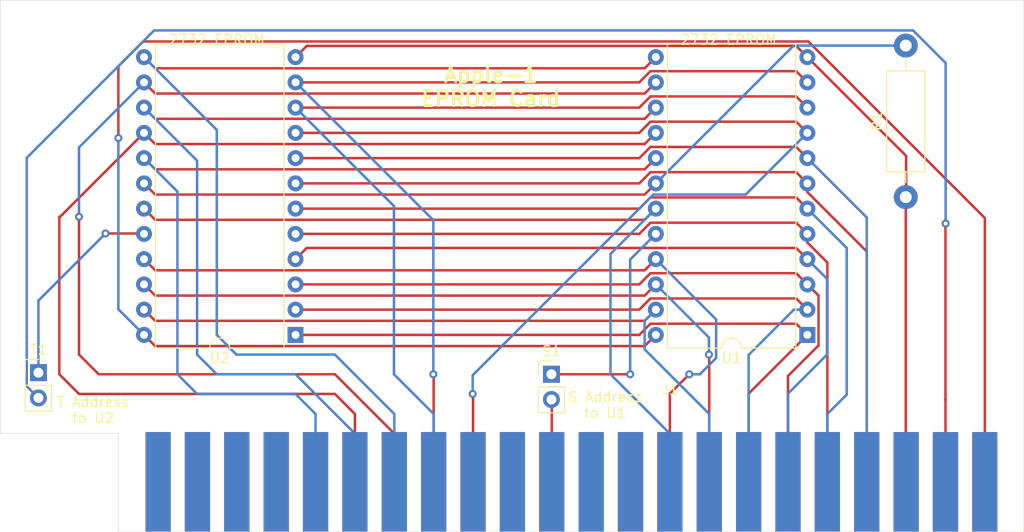
<source format=kicad_pcb>
(kicad_pcb (version 20171130) (host pcbnew "(5.1.12)-1")

  (general
    (thickness 1.6)
    (drawings 11)
    (tracks 212)
    (zones 0)
    (modules 6)
    (nets 48)
  )

  (page A4)
  (layers
    (0 F.Cu signal)
    (31 B.Cu signal)
    (32 B.Adhes user hide)
    (33 F.Adhes user hide)
    (34 B.Paste user hide)
    (35 F.Paste user hide)
    (36 B.SilkS user hide)
    (37 F.SilkS user)
    (38 B.Mask user hide)
    (39 F.Mask user hide)
    (40 Dwgs.User user hide)
    (41 Cmts.User user hide)
    (42 Eco1.User user hide)
    (43 Eco2.User user hide)
    (44 Edge.Cuts user)
    (45 Margin user hide)
    (46 B.CrtYd user)
    (47 F.CrtYd user hide)
    (48 B.Fab user hide)
    (49 F.Fab user hide)
  )

  (setup
    (last_trace_width 0.25)
    (trace_clearance 0.2)
    (zone_clearance 0.508)
    (zone_45_only no)
    (trace_min 0.2)
    (via_size 0.8)
    (via_drill 0.4)
    (via_min_size 0.4)
    (via_min_drill 0.3)
    (uvia_size 0.3)
    (uvia_drill 0.1)
    (uvias_allowed no)
    (uvia_min_size 0.2)
    (uvia_min_drill 0.1)
    (edge_width 0.05)
    (segment_width 0.2)
    (pcb_text_width 0.3)
    (pcb_text_size 1.5 1.5)
    (mod_edge_width 0.12)
    (mod_text_size 1 1)
    (mod_text_width 0.15)
    (pad_size 1.524 1.524)
    (pad_drill 0.762)
    (pad_to_mask_clearance 0)
    (aux_axis_origin 0 0)
    (grid_origin 129.5262 148.60746)
    (visible_elements 7FFFFFFF)
    (pcbplotparams
      (layerselection 0x010fc_ffffffff)
      (usegerberextensions false)
      (usegerberattributes true)
      (usegerberadvancedattributes true)
      (creategerberjobfile true)
      (excludeedgelayer true)
      (linewidth 0.100000)
      (plotframeref false)
      (viasonmask false)
      (mode 1)
      (useauxorigin false)
      (hpglpennumber 1)
      (hpglpenspeed 20)
      (hpglpendiameter 15.000000)
      (psnegative false)
      (psa4output false)
      (plotreference true)
      (plotvalue true)
      (plotinvisibletext false)
      (padsonsilk false)
      (subtractmaskfromsilk false)
      (outputformat 1)
      (mirror false)
      (drillshape 0)
      (scaleselection 1)
      (outputdirectory "Gerber/"))
  )

  (net 0 "")
  (net 1 "Net-(J1-Pad22)")
  (net 2 "Net-(J1-Pad20)")
  (net 3 "Net-(J1-Pad19)")
  (net 4 "Net-(J1-Pad18)")
  (net 5 "Net-(J1-Pad17)")
  (net 6 "Net-(J1-Pad16)")
  (net 7 "Net-(J1-Pad15)")
  (net 8 "Net-(J1-Pad14)")
  (net 9 "Net-(J1-Pad9)")
  (net 10 "Net-(J1-Pad8)")
  (net 11 "Net-(J1-Pad7)")
  (net 12 "Net-(J1-Pad6)")
  (net 13 "Net-(J1-PadW)")
  (net 14 "Net-(J1-PadV)")
  (net 15 "Net-(J1-PadU)")
  (net 16 "Net-(J1-PadT)")
  (net 17 "Net-(J1-PadS)")
  (net 18 "Net-(J1-PadR)")
  (net 19 "Net-(J1-PadJ)")
  (net 20 "Net-(J1-PadH)")
  (net 21 "Net-(J1-PadF)")
  (net 22 "Net-(J1-PadE)")
  (net 23 "Net-(R1-Pad2)")
  (net 24 "Net-(J1-Pad1)")
  (net 25 "Net-(J1-Pad2)")
  (net 26 "Net-(J1-Pad3)")
  (net 27 "Net-(J1-Pad4)")
  (net 28 "Net-(J1-Pad5)")
  (net 29 "Net-(J1-Pad10)")
  (net 30 "Net-(J1-Pad12)")
  (net 31 "Net-(J1-Pad13)")
  (net 32 "Net-(J1-PadA)")
  (net 33 "Net-(J1-PadB)")
  (net 34 "Net-(J1-PadC)")
  (net 35 "Net-(J1-PadD)")
  (net 36 "Net-(J1-PadK)")
  (net 37 "Net-(J1-PadM)")
  (net 38 "Net-(J1-PadN)")
  (net 39 "Net-(J1-PadP)")
  (net 40 "Net-(J1-PadX)")
  (net 41 "Net-(J1-PadY)")
  (net 42 "Net-(J1-PadZ)")
  (net 43 /S)
  (net 44 /T)
  (net 45 "Net-(S1-Pad1)")
  (net 46 "Net-(T1-Pad1)")
  (net 47 "Net-(J1-PadL)")

  (net_class Default "This is the default net class."
    (clearance 0.2)
    (trace_width 0.25)
    (via_dia 0.8)
    (via_drill 0.4)
    (uvia_dia 0.3)
    (uvia_drill 0.1)
    (add_net /S)
    (add_net /T)
    (add_net "Net-(J1-Pad1)")
    (add_net "Net-(J1-Pad10)")
    (add_net "Net-(J1-Pad12)")
    (add_net "Net-(J1-Pad13)")
    (add_net "Net-(J1-Pad14)")
    (add_net "Net-(J1-Pad15)")
    (add_net "Net-(J1-Pad16)")
    (add_net "Net-(J1-Pad17)")
    (add_net "Net-(J1-Pad18)")
    (add_net "Net-(J1-Pad19)")
    (add_net "Net-(J1-Pad2)")
    (add_net "Net-(J1-Pad20)")
    (add_net "Net-(J1-Pad22)")
    (add_net "Net-(J1-Pad3)")
    (add_net "Net-(J1-Pad4)")
    (add_net "Net-(J1-Pad5)")
    (add_net "Net-(J1-Pad6)")
    (add_net "Net-(J1-Pad7)")
    (add_net "Net-(J1-Pad8)")
    (add_net "Net-(J1-Pad9)")
    (add_net "Net-(J1-PadA)")
    (add_net "Net-(J1-PadB)")
    (add_net "Net-(J1-PadC)")
    (add_net "Net-(J1-PadD)")
    (add_net "Net-(J1-PadE)")
    (add_net "Net-(J1-PadF)")
    (add_net "Net-(J1-PadH)")
    (add_net "Net-(J1-PadJ)")
    (add_net "Net-(J1-PadK)")
    (add_net "Net-(J1-PadL)")
    (add_net "Net-(J1-PadM)")
    (add_net "Net-(J1-PadN)")
    (add_net "Net-(J1-PadP)")
    (add_net "Net-(J1-PadR)")
    (add_net "Net-(J1-PadS)")
    (add_net "Net-(J1-PadT)")
    (add_net "Net-(J1-PadU)")
    (add_net "Net-(J1-PadV)")
    (add_net "Net-(J1-PadW)")
    (add_net "Net-(J1-PadX)")
    (add_net "Net-(J1-PadY)")
    (add_net "Net-(J1-PadZ)")
    (add_net "Net-(R1-Pad2)")
    (add_net "Net-(S1-Pad1)")
    (add_net "Net-(T1-Pad1)")
  )

  (module Connector_PinHeader_2.54mm:PinHeader_1x02_P2.54mm_Vertical (layer F.Cu) (tedit 59FED5CC) (tstamp 62EB7B6B)
    (at 117.5262 132.60746)
    (descr "Through hole straight pin header, 1x02, 2.54mm pitch, single row")
    (tags "Through hole pin header THT 1x02 2.54mm single row")
    (path /62FD4C75)
    (fp_text reference T1 (at 0 -2.33) (layer F.SilkS)
      (effects (font (size 1 1) (thickness 0.15)))
    )
    (fp_text value Jumper (at 0 4.87) (layer F.Fab)
      (effects (font (size 1 1) (thickness 0.15)))
    )
    (fp_line (start -0.635 -1.27) (end 1.27 -1.27) (layer F.Fab) (width 0.1))
    (fp_line (start 1.27 -1.27) (end 1.27 3.81) (layer F.Fab) (width 0.1))
    (fp_line (start 1.27 3.81) (end -1.27 3.81) (layer F.Fab) (width 0.1))
    (fp_line (start -1.27 3.81) (end -1.27 -0.635) (layer F.Fab) (width 0.1))
    (fp_line (start -1.27 -0.635) (end -0.635 -1.27) (layer F.Fab) (width 0.1))
    (fp_line (start -1.33 3.87) (end 1.33 3.87) (layer F.SilkS) (width 0.12))
    (fp_line (start -1.33 1.27) (end -1.33 3.87) (layer F.SilkS) (width 0.12))
    (fp_line (start 1.33 1.27) (end 1.33 3.87) (layer F.SilkS) (width 0.12))
    (fp_line (start -1.33 1.27) (end 1.33 1.27) (layer F.SilkS) (width 0.12))
    (fp_line (start -1.33 0) (end -1.33 -1.33) (layer F.SilkS) (width 0.12))
    (fp_line (start -1.33 -1.33) (end 0 -1.33) (layer F.SilkS) (width 0.12))
    (fp_line (start -1.8 -1.8) (end -1.8 4.35) (layer F.CrtYd) (width 0.05))
    (fp_line (start -1.8 4.35) (end 1.8 4.35) (layer F.CrtYd) (width 0.05))
    (fp_line (start 1.8 4.35) (end 1.8 -1.8) (layer F.CrtYd) (width 0.05))
    (fp_line (start 1.8 -1.8) (end -1.8 -1.8) (layer F.CrtYd) (width 0.05))
    (fp_text user %R (at 0 1.27 90) (layer F.Fab)
      (effects (font (size 1 1) (thickness 0.15)))
    )
    (pad 1 thru_hole rect (at 0 0) (size 1.7 1.7) (drill 1) (layers *.Cu *.Mask)
      (net 46 "Net-(T1-Pad1)"))
    (pad 2 thru_hole oval (at 0 2.54) (size 1.7 1.7) (drill 1) (layers *.Cu *.Mask)
      (net 44 /T))
    (model ${KISYS3DMOD}/Connector_PinHeader_2.54mm.3dshapes/PinHeader_1x02_P2.54mm_Vertical.wrl
      (at (xyz 0 0 0))
      (scale (xyz 1 1 1))
      (rotate (xyz 0 0 0))
    )
  )

  (module Package_DIP:DIP-24_W15.24mm (layer F.Cu) (tedit 5A02E8C5) (tstamp 62DCF83C)
    (at 194.8662 128.80746 180)
    (descr "24-lead though-hole mounted DIP package, row spacing 15.24 mm (600 mils)")
    (tags "THT DIP DIL PDIP 2.54mm 15.24mm 600mil")
    (path /62DBEAE8)
    (fp_text reference U1 (at 7.62 -2.33) (layer F.SilkS)
      (effects (font (size 1 1) (thickness 0.15)))
    )
    (fp_text value 2732 (at 7.62 30.27) (layer F.Fab)
      (effects (font (size 1 1) (thickness 0.15)))
    )
    (fp_line (start 16.3 -1.55) (end -1.05 -1.55) (layer F.CrtYd) (width 0.05))
    (fp_line (start 16.3 29.5) (end 16.3 -1.55) (layer F.CrtYd) (width 0.05))
    (fp_line (start -1.05 29.5) (end 16.3 29.5) (layer F.CrtYd) (width 0.05))
    (fp_line (start -1.05 -1.55) (end -1.05 29.5) (layer F.CrtYd) (width 0.05))
    (fp_line (start 14.08 -1.33) (end 8.62 -1.33) (layer F.SilkS) (width 0.12))
    (fp_line (start 14.08 29.27) (end 14.08 -1.33) (layer F.SilkS) (width 0.12))
    (fp_line (start 1.16 29.27) (end 14.08 29.27) (layer F.SilkS) (width 0.12))
    (fp_line (start 1.16 -1.33) (end 1.16 29.27) (layer F.SilkS) (width 0.12))
    (fp_line (start 6.62 -1.33) (end 1.16 -1.33) (layer F.SilkS) (width 0.12))
    (fp_line (start 0.255 -0.27) (end 1.255 -1.27) (layer F.Fab) (width 0.1))
    (fp_line (start 0.255 29.21) (end 0.255 -0.27) (layer F.Fab) (width 0.1))
    (fp_line (start 14.985 29.21) (end 0.255 29.21) (layer F.Fab) (width 0.1))
    (fp_line (start 14.985 -1.27) (end 14.985 29.21) (layer F.Fab) (width 0.1))
    (fp_line (start 1.255 -1.27) (end 14.985 -1.27) (layer F.Fab) (width 0.1))
    (fp_arc (start 7.62 -1.33) (end 6.62 -1.33) (angle -180) (layer F.SilkS) (width 0.12))
    (fp_text user %R (at 7.62 13.97) (layer F.Fab)
      (effects (font (size 1 1) (thickness 0.15)))
    )
    (pad 1 thru_hole rect (at 0 0 180) (size 1.6 1.6) (drill 0.8) (layers *.Cu *.Mask)
      (net 6 "Net-(J1-Pad16)"))
    (pad 13 thru_hole oval (at 15.24 27.94 180) (size 1.6 1.6) (drill 0.8) (layers *.Cu *.Mask)
      (net 20 "Net-(J1-PadH)"))
    (pad 2 thru_hole oval (at 0 2.54 180) (size 1.6 1.6) (drill 0.8) (layers *.Cu *.Mask)
      (net 16 "Net-(J1-PadT)"))
    (pad 14 thru_hole oval (at 15.24 25.4 180) (size 1.6 1.6) (drill 0.8) (layers *.Cu *.Mask)
      (net 11 "Net-(J1-Pad7)"))
    (pad 3 thru_hole oval (at 0 5.08 180) (size 1.6 1.6) (drill 0.8) (layers *.Cu *.Mask)
      (net 5 "Net-(J1-Pad17)"))
    (pad 15 thru_hole oval (at 15.24 22.86 180) (size 1.6 1.6) (drill 0.8) (layers *.Cu *.Mask)
      (net 21 "Net-(J1-PadF)"))
    (pad 4 thru_hole oval (at 0 7.62 180) (size 1.6 1.6) (drill 0.8) (layers *.Cu *.Mask)
      (net 15 "Net-(J1-PadU)"))
    (pad 16 thru_hole oval (at 15.24 20.32 180) (size 1.6 1.6) (drill 0.8) (layers *.Cu *.Mask)
      (net 12 "Net-(J1-Pad6)"))
    (pad 5 thru_hole oval (at 0 10.16 180) (size 1.6 1.6) (drill 0.8) (layers *.Cu *.Mask)
      (net 4 "Net-(J1-Pad18)"))
    (pad 17 thru_hole oval (at 15.24 17.78 180) (size 1.6 1.6) (drill 0.8) (layers *.Cu *.Mask)
      (net 22 "Net-(J1-PadE)"))
    (pad 6 thru_hole oval (at 0 12.7 180) (size 1.6 1.6) (drill 0.8) (layers *.Cu *.Mask)
      (net 14 "Net-(J1-PadV)"))
    (pad 18 thru_hole oval (at 15.24 15.24 180) (size 1.6 1.6) (drill 0.8) (layers *.Cu *.Mask)
      (net 23 "Net-(R1-Pad2)"))
    (pad 7 thru_hole oval (at 0 15.24 180) (size 1.6 1.6) (drill 0.8) (layers *.Cu *.Mask)
      (net 3 "Net-(J1-Pad19)"))
    (pad 19 thru_hole oval (at 15.24 12.7 180) (size 1.6 1.6) (drill 0.8) (layers *.Cu *.Mask)
      (net 18 "Net-(J1-PadR)"))
    (pad 8 thru_hole oval (at 0 17.78 180) (size 1.6 1.6) (drill 0.8) (layers *.Cu *.Mask)
      (net 13 "Net-(J1-PadW)"))
    (pad 20 thru_hole oval (at 15.24 10.16 180) (size 1.6 1.6) (drill 0.8) (layers *.Cu *.Mask)
      (net 45 "Net-(S1-Pad1)"))
    (pad 9 thru_hole oval (at 0 20.32 180) (size 1.6 1.6) (drill 0.8) (layers *.Cu *.Mask)
      (net 9 "Net-(J1-Pad9)"))
    (pad 21 thru_hole oval (at 15.24 7.62 180) (size 1.6 1.6) (drill 0.8) (layers *.Cu *.Mask)
      (net 8 "Net-(J1-Pad14)"))
    (pad 10 thru_hole oval (at 0 22.86 180) (size 1.6 1.6) (drill 0.8) (layers *.Cu *.Mask)
      (net 19 "Net-(J1-PadJ)"))
    (pad 22 thru_hole oval (at 15.24 5.08 180) (size 1.6 1.6) (drill 0.8) (layers *.Cu *.Mask)
      (net 7 "Net-(J1-Pad15)"))
    (pad 11 thru_hole oval (at 0 25.4 180) (size 1.6 1.6) (drill 0.8) (layers *.Cu *.Mask)
      (net 10 "Net-(J1-Pad8)"))
    (pad 23 thru_hole oval (at 15.24 2.54 180) (size 1.6 1.6) (drill 0.8) (layers *.Cu *.Mask)
      (net 17 "Net-(J1-PadS)"))
    (pad 12 thru_hole oval (at 0 27.94 180) (size 1.6 1.6) (drill 0.8) (layers *.Cu *.Mask)
      (net 2 "Net-(J1-Pad20)"))
    (pad 24 thru_hole oval (at 15.24 0 180) (size 1.6 1.6) (drill 0.8) (layers *.Cu *.Mask)
      (net 1 "Net-(J1-Pad22)"))
    (model ${KISYS3DMOD}/Package_DIP.3dshapes/DIP-24_W15.24mm.wrl
      (at (xyz 0 0 0))
      (scale (xyz 1 1 1))
      (rotate (xyz 0 0 0))
    )
  )

  (module Connector_PinHeader_2.54mm:PinHeader_1x02_P2.54mm_Vertical (layer F.Cu) (tedit 59FED5CC) (tstamp 62EB7631)
    (at 169.1262 132.76746)
    (descr "Through hole straight pin header, 1x02, 2.54mm pitch, single row")
    (tags "Through hole pin header THT 1x02 2.54mm single row")
    (path /62FD3CFA)
    (fp_text reference S1 (at 0 -2.33) (layer F.SilkS)
      (effects (font (size 1 1) (thickness 0.15)))
    )
    (fp_text value Jumper (at 0 4.87) (layer F.Fab)
      (effects (font (size 1 1) (thickness 0.15)))
    )
    (fp_line (start 1.8 -1.8) (end -1.8 -1.8) (layer F.CrtYd) (width 0.05))
    (fp_line (start 1.8 4.35) (end 1.8 -1.8) (layer F.CrtYd) (width 0.05))
    (fp_line (start -1.8 4.35) (end 1.8 4.35) (layer F.CrtYd) (width 0.05))
    (fp_line (start -1.8 -1.8) (end -1.8 4.35) (layer F.CrtYd) (width 0.05))
    (fp_line (start -1.33 -1.33) (end 0 -1.33) (layer F.SilkS) (width 0.12))
    (fp_line (start -1.33 0) (end -1.33 -1.33) (layer F.SilkS) (width 0.12))
    (fp_line (start -1.33 1.27) (end 1.33 1.27) (layer F.SilkS) (width 0.12))
    (fp_line (start 1.33 1.27) (end 1.33 3.87) (layer F.SilkS) (width 0.12))
    (fp_line (start -1.33 1.27) (end -1.33 3.87) (layer F.SilkS) (width 0.12))
    (fp_line (start -1.33 3.87) (end 1.33 3.87) (layer F.SilkS) (width 0.12))
    (fp_line (start -1.27 -0.635) (end -0.635 -1.27) (layer F.Fab) (width 0.1))
    (fp_line (start -1.27 3.81) (end -1.27 -0.635) (layer F.Fab) (width 0.1))
    (fp_line (start 1.27 3.81) (end -1.27 3.81) (layer F.Fab) (width 0.1))
    (fp_line (start 1.27 -1.27) (end 1.27 3.81) (layer F.Fab) (width 0.1))
    (fp_line (start -0.635 -1.27) (end 1.27 -1.27) (layer F.Fab) (width 0.1))
    (fp_text user %R (at 0 1.27 90) (layer F.Fab)
      (effects (font (size 1 1) (thickness 0.15)))
    )
    (pad 1 thru_hole rect (at 0 0) (size 1.7 1.7) (drill 1) (layers *.Cu *.Mask)
      (net 45 "Net-(S1-Pad1)"))
    (pad 2 thru_hole oval (at 0 2.54) (size 1.7 1.7) (drill 1) (layers *.Cu *.Mask)
      (net 43 /S))
    (model ${KISYS3DMOD}/Connector_PinHeader_2.54mm.3dshapes/PinHeader_1x02_P2.54mm_Vertical.wrl
      (at (xyz 0 0 0))
      (scale (xyz 1 1 1))
      (rotate (xyz 0 0 0))
    )
  )

  (module Resistor_THT:R_Axial_DIN0411_L9.9mm_D3.6mm_P15.24mm_Horizontal (layer F.Cu) (tedit 5AE5139B) (tstamp 62DE2EE9)
    (at 204.7662 114.94746 90)
    (descr "Resistor, Axial_DIN0411 series, Axial, Horizontal, pin pitch=15.24mm, 1W, length*diameter=9.9*3.6mm^2")
    (tags "Resistor Axial_DIN0411 series Axial Horizontal pin pitch 15.24mm 1W length 9.9mm diameter 3.6mm")
    (path /62E665C9)
    (fp_text reference R1 (at 7.62 -2.92 90) (layer F.SilkS)
      (effects (font (size 1 1) (thickness 0.15)))
    )
    (fp_text value R (at 7.62 2.92 90) (layer F.Fab)
      (effects (font (size 1 1) (thickness 0.15)))
    )
    (fp_line (start 16.69 -2.05) (end -1.45 -2.05) (layer F.CrtYd) (width 0.05))
    (fp_line (start 16.69 2.05) (end 16.69 -2.05) (layer F.CrtYd) (width 0.05))
    (fp_line (start -1.45 2.05) (end 16.69 2.05) (layer F.CrtYd) (width 0.05))
    (fp_line (start -1.45 -2.05) (end -1.45 2.05) (layer F.CrtYd) (width 0.05))
    (fp_line (start 13.8 0) (end 12.69 0) (layer F.SilkS) (width 0.12))
    (fp_line (start 1.44 0) (end 2.55 0) (layer F.SilkS) (width 0.12))
    (fp_line (start 12.69 -1.92) (end 2.55 -1.92) (layer F.SilkS) (width 0.12))
    (fp_line (start 12.69 1.92) (end 12.69 -1.92) (layer F.SilkS) (width 0.12))
    (fp_line (start 2.55 1.92) (end 12.69 1.92) (layer F.SilkS) (width 0.12))
    (fp_line (start 2.55 -1.92) (end 2.55 1.92) (layer F.SilkS) (width 0.12))
    (fp_line (start 15.24 0) (end 12.57 0) (layer F.Fab) (width 0.1))
    (fp_line (start 0 0) (end 2.67 0) (layer F.Fab) (width 0.1))
    (fp_line (start 12.57 -1.8) (end 2.67 -1.8) (layer F.Fab) (width 0.1))
    (fp_line (start 12.57 1.8) (end 12.57 -1.8) (layer F.Fab) (width 0.1))
    (fp_line (start 2.67 1.8) (end 12.57 1.8) (layer F.Fab) (width 0.1))
    (fp_line (start 2.67 -1.8) (end 2.67 1.8) (layer F.Fab) (width 0.1))
    (fp_text user %R (at 7.62 0 90) (layer F.Fab)
      (effects (font (size 1 1) (thickness 0.15)))
    )
    (pad 1 thru_hole circle (at 0 0 90) (size 2.4 2.4) (drill 1.2) (layers *.Cu *.Mask)
      (net 2 "Net-(J1-Pad20)"))
    (pad 2 thru_hole oval (at 15.24 0 90) (size 2.4 2.4) (drill 1.2) (layers *.Cu *.Mask)
      (net 23 "Net-(R1-Pad2)"))
    (model ${KISYS3DMOD}/Resistor_THT.3dshapes/R_Axial_DIN0411_L9.9mm_D3.6mm_P15.24mm_Horizontal.wrl
      (at (xyz 0 0 0))
      (scale (xyz 1 1 1))
      (rotate (xyz 0 0 0))
    )
  )

  (module Package_DIP:DIP-24_W15.24mm (layer F.Cu) (tedit 5A02E8C5) (tstamp 62EACB00)
    (at 143.3862 128.80746 180)
    (descr "24-lead though-hole mounted DIP package, row spacing 15.24 mm (600 mils)")
    (tags "THT DIP DIL PDIP 2.54mm 15.24mm 600mil")
    (path /62EAFEC7)
    (fp_text reference U2 (at 7.62 -2.33) (layer F.SilkS)
      (effects (font (size 1 1) (thickness 0.15)))
    )
    (fp_text value 2732 (at 7.62 30.27) (layer F.Fab)
      (effects (font (size 1 1) (thickness 0.15)))
    )
    (fp_line (start 1.255 -1.27) (end 14.985 -1.27) (layer F.Fab) (width 0.1))
    (fp_line (start 14.985 -1.27) (end 14.985 29.21) (layer F.Fab) (width 0.1))
    (fp_line (start 14.985 29.21) (end 0.255 29.21) (layer F.Fab) (width 0.1))
    (fp_line (start 0.255 29.21) (end 0.255 -0.27) (layer F.Fab) (width 0.1))
    (fp_line (start 0.255 -0.27) (end 1.255 -1.27) (layer F.Fab) (width 0.1))
    (fp_line (start 6.62 -1.33) (end 1.16 -1.33) (layer F.SilkS) (width 0.12))
    (fp_line (start 1.16 -1.33) (end 1.16 29.27) (layer F.SilkS) (width 0.12))
    (fp_line (start 1.16 29.27) (end 14.08 29.27) (layer F.SilkS) (width 0.12))
    (fp_line (start 14.08 29.27) (end 14.08 -1.33) (layer F.SilkS) (width 0.12))
    (fp_line (start 14.08 -1.33) (end 8.62 -1.33) (layer F.SilkS) (width 0.12))
    (fp_line (start -1.05 -1.55) (end -1.05 29.5) (layer F.CrtYd) (width 0.05))
    (fp_line (start -1.05 29.5) (end 16.3 29.5) (layer F.CrtYd) (width 0.05))
    (fp_line (start 16.3 29.5) (end 16.3 -1.55) (layer F.CrtYd) (width 0.05))
    (fp_line (start 16.3 -1.55) (end -1.05 -1.55) (layer F.CrtYd) (width 0.05))
    (fp_arc (start 7.62 -1.33) (end 6.62 -1.33) (angle -180) (layer F.SilkS) (width 0.12))
    (fp_text user %R (at 7.62 13.97) (layer F.Fab)
      (effects (font (size 1 1) (thickness 0.15)))
    )
    (pad 1 thru_hole rect (at 0 0 180) (size 1.6 1.6) (drill 0.8) (layers *.Cu *.Mask)
      (net 6 "Net-(J1-Pad16)"))
    (pad 13 thru_hole oval (at 15.24 27.94 180) (size 1.6 1.6) (drill 0.8) (layers *.Cu *.Mask)
      (net 20 "Net-(J1-PadH)"))
    (pad 2 thru_hole oval (at 0 2.54 180) (size 1.6 1.6) (drill 0.8) (layers *.Cu *.Mask)
      (net 16 "Net-(J1-PadT)"))
    (pad 14 thru_hole oval (at 15.24 25.4 180) (size 1.6 1.6) (drill 0.8) (layers *.Cu *.Mask)
      (net 11 "Net-(J1-Pad7)"))
    (pad 3 thru_hole oval (at 0 5.08 180) (size 1.6 1.6) (drill 0.8) (layers *.Cu *.Mask)
      (net 5 "Net-(J1-Pad17)"))
    (pad 15 thru_hole oval (at 15.24 22.86 180) (size 1.6 1.6) (drill 0.8) (layers *.Cu *.Mask)
      (net 21 "Net-(J1-PadF)"))
    (pad 4 thru_hole oval (at 0 7.62 180) (size 1.6 1.6) (drill 0.8) (layers *.Cu *.Mask)
      (net 15 "Net-(J1-PadU)"))
    (pad 16 thru_hole oval (at 15.24 20.32 180) (size 1.6 1.6) (drill 0.8) (layers *.Cu *.Mask)
      (net 12 "Net-(J1-Pad6)"))
    (pad 5 thru_hole oval (at 0 10.16 180) (size 1.6 1.6) (drill 0.8) (layers *.Cu *.Mask)
      (net 4 "Net-(J1-Pad18)"))
    (pad 17 thru_hole oval (at 15.24 17.78 180) (size 1.6 1.6) (drill 0.8) (layers *.Cu *.Mask)
      (net 22 "Net-(J1-PadE)"))
    (pad 6 thru_hole oval (at 0 12.7 180) (size 1.6 1.6) (drill 0.8) (layers *.Cu *.Mask)
      (net 14 "Net-(J1-PadV)"))
    (pad 18 thru_hole oval (at 15.24 15.24 180) (size 1.6 1.6) (drill 0.8) (layers *.Cu *.Mask)
      (net 23 "Net-(R1-Pad2)"))
    (pad 7 thru_hole oval (at 0 15.24 180) (size 1.6 1.6) (drill 0.8) (layers *.Cu *.Mask)
      (net 3 "Net-(J1-Pad19)"))
    (pad 19 thru_hole oval (at 15.24 12.7 180) (size 1.6 1.6) (drill 0.8) (layers *.Cu *.Mask)
      (net 18 "Net-(J1-PadR)"))
    (pad 8 thru_hole oval (at 0 17.78 180) (size 1.6 1.6) (drill 0.8) (layers *.Cu *.Mask)
      (net 13 "Net-(J1-PadW)"))
    (pad 20 thru_hole oval (at 15.24 10.16 180) (size 1.6 1.6) (drill 0.8) (layers *.Cu *.Mask)
      (net 46 "Net-(T1-Pad1)"))
    (pad 9 thru_hole oval (at 0 20.32 180) (size 1.6 1.6) (drill 0.8) (layers *.Cu *.Mask)
      (net 9 "Net-(J1-Pad9)"))
    (pad 21 thru_hole oval (at 15.24 7.62 180) (size 1.6 1.6) (drill 0.8) (layers *.Cu *.Mask)
      (net 8 "Net-(J1-Pad14)"))
    (pad 10 thru_hole oval (at 0 22.86 180) (size 1.6 1.6) (drill 0.8) (layers *.Cu *.Mask)
      (net 19 "Net-(J1-PadJ)"))
    (pad 22 thru_hole oval (at 15.24 5.08 180) (size 1.6 1.6) (drill 0.8) (layers *.Cu *.Mask)
      (net 7 "Net-(J1-Pad15)"))
    (pad 11 thru_hole oval (at 0 25.4 180) (size 1.6 1.6) (drill 0.8) (layers *.Cu *.Mask)
      (net 10 "Net-(J1-Pad8)"))
    (pad 23 thru_hole oval (at 15.24 2.54 180) (size 1.6 1.6) (drill 0.8) (layers *.Cu *.Mask)
      (net 17 "Net-(J1-PadS)"))
    (pad 12 thru_hole oval (at 0 27.94 180) (size 1.6 1.6) (drill 0.8) (layers *.Cu *.Mask)
      (net 2 "Net-(J1-Pad20)"))
    (pad 24 thru_hole oval (at 15.24 0 180) (size 1.6 1.6) (drill 0.8) (layers *.Cu *.Mask)
      (net 1 "Net-(J1-Pad22)"))
    (model ${KISYS3DMOD}/Package_DIP.3dshapes/DIP-24_W15.24mm.wrl
      (at (xyz 0 0 0))
      (scale (xyz 1 1 1))
      (rotate (xyz 0 0 0))
    )
  )

  (module Connector_PCBEdge:Apple-1Bus (layer F.Cu) (tedit 62E53729) (tstamp 62E56327)
    (at 185 145)
    (descr "AT ISA 16 bits Bus Edge Connector")
    (tags "BUS ISA AT Edge connector")
    (path /62DBBC70)
    (attr virtual)
    (fp_text reference J1 (at -3.96 -10.68) (layer F.SilkS)
      (effects (font (size 1 1) (thickness 0.15)))
    )
    (fp_text value Conn_02x22_Apple_1-Connector_Generic_apple (at -51.48 -10.68) (layer F.Fab)
      (effects (font (size 1 1) (thickness 0.15)))
    )
    (fp_text user %R (at -3.96 -10.68) (layer F.Fab)
      (effects (font (size 1 1) (thickness 0.15)))
    )
    (pad 1 connect rect (at -55.44 -3.96) (size 2.54 10) (drill (offset 0 2.54)) (layers F.Cu F.Mask)
      (net 24 "Net-(J1-Pad1)"))
    (pad 2 connect rect (at -51.48 -3.96) (size 2.54 10) (drill (offset 0 2.54)) (layers F.Cu F.Mask)
      (net 25 "Net-(J1-Pad2)"))
    (pad 3 connect rect (at -47.52 -3.96) (size 2.54 10) (drill (offset 0 2.54)) (layers F.Cu F.Mask)
      (net 26 "Net-(J1-Pad3)"))
    (pad 4 connect rect (at -43.56 -3.96) (size 2.54 10) (drill (offset 0 2.54)) (layers F.Cu F.Mask)
      (net 27 "Net-(J1-Pad4)"))
    (pad 5 connect rect (at -39.6 -3.96) (size 2.54 10) (drill (offset 0 2.54)) (layers F.Cu F.Mask)
      (net 28 "Net-(J1-Pad5)"))
    (pad 6 connect rect (at -35.64 -3.96) (size 2.54 10) (drill (offset 0 2.54)) (layers F.Cu F.Mask)
      (net 12 "Net-(J1-Pad6)"))
    (pad 7 connect rect (at -31.68 -3.96) (size 2.54 10) (drill (offset 0 2.54)) (layers F.Cu F.Mask)
      (net 11 "Net-(J1-Pad7)"))
    (pad 8 connect rect (at -27.72 -3.96) (size 2.54 10) (drill (offset 0 2.54)) (layers F.Cu F.Mask)
      (net 10 "Net-(J1-Pad8)"))
    (pad 9 connect rect (at -23.76 -3.96) (size 2.54 10) (drill (offset 0 2.54)) (layers F.Cu F.Mask)
      (net 9 "Net-(J1-Pad9)"))
    (pad 10 connect rect (at -19.8 -3.96) (size 2.54 10) (drill (offset 0 2.54)) (layers F.Cu F.Mask)
      (net 29 "Net-(J1-Pad10)"))
    (pad 11 connect rect (at -15.84 -3.96) (size 2.54 10) (drill (offset 0 2.54)) (layers F.Cu F.Mask)
      (net 43 /S))
    (pad 12 connect rect (at -11.88 -3.96) (size 2.54 10) (drill (offset 0 2.54)) (layers F.Cu F.Mask)
      (net 30 "Net-(J1-Pad12)"))
    (pad 13 connect rect (at -7.92 -3.96) (size 2.54 10) (drill (offset 0 2.54)) (layers F.Cu F.Mask)
      (net 31 "Net-(J1-Pad13)"))
    (pad 14 connect rect (at -3.96 -3.96) (size 2.54 10) (drill (offset 0 2.54)) (layers F.Cu F.Mask)
      (net 8 "Net-(J1-Pad14)"))
    (pad 15 connect rect (at 0 -3.96) (size 2.54 10) (drill (offset 0 2.54)) (layers F.Cu F.Mask)
      (net 7 "Net-(J1-Pad15)"))
    (pad 16 connect rect (at 3.96 -3.96) (size 2.54 10) (drill (offset 0 2.54)) (layers F.Cu F.Mask)
      (net 6 "Net-(J1-Pad16)"))
    (pad 17 connect rect (at 7.92 -3.96) (size 2.54 10) (drill (offset 0 2.54)) (layers F.Cu F.Mask)
      (net 5 "Net-(J1-Pad17)"))
    (pad 18 connect rect (at 11.88 -3.96) (size 2.54 10) (drill (offset 0 2.54)) (layers F.Cu F.Mask)
      (net 4 "Net-(J1-Pad18)"))
    (pad 19 connect rect (at 15.84 -3.96) (size 2.54 10) (drill (offset 0 2.54)) (layers F.Cu F.Mask)
      (net 3 "Net-(J1-Pad19)"))
    (pad 20 connect rect (at 19.8 -3.96) (size 2.54 10) (drill (offset 0 2.54)) (layers F.Cu F.Mask)
      (net 2 "Net-(J1-Pad20)"))
    (pad 21 connect rect (at 23.76 -3.96) (size 2.54 10) (drill (offset 0 2.54)) (layers F.Cu F.Mask)
      (net 44 /T))
    (pad 22 connect rect (at 27.72 -3.96) (size 2.54 10) (drill (offset 0 2.54)) (layers F.Cu F.Mask)
      (net 1 "Net-(J1-Pad22)"))
    (pad A connect rect (at -55.44 -3.96) (size 2.54 10) (drill (offset 0 2.54)) (layers B.Cu B.Mask)
      (net 32 "Net-(J1-PadA)"))
    (pad B connect rect (at -51.48 -3.96) (size 2.54 10) (drill (offset 0 2.54)) (layers B.Cu B.Mask)
      (net 33 "Net-(J1-PadB)"))
    (pad C connect rect (at -47.52 -3.96) (size 2.54 10) (drill (offset 0 2.54)) (layers B.Cu B.Mask)
      (net 34 "Net-(J1-PadC)"))
    (pad D connect rect (at -43.56 -3.96) (size 2.54 10) (drill (offset 0 2.54)) (layers B.Cu B.Mask)
      (net 35 "Net-(J1-PadD)"))
    (pad E connect rect (at -39.6 -3.96) (size 2.54 10) (drill (offset 0 2.54)) (layers B.Cu B.Mask)
      (net 22 "Net-(J1-PadE)"))
    (pad F connect rect (at -35.64 -3.96) (size 2.54 10) (drill (offset 0 2.54)) (layers B.Cu B.Mask)
      (net 21 "Net-(J1-PadF)"))
    (pad H connect rect (at -31.68 -3.96) (size 2.54 10) (drill (offset 0 2.54)) (layers B.Cu B.Mask)
      (net 20 "Net-(J1-PadH)"))
    (pad J connect rect (at -27.72 -3.96) (size 2.54 10) (drill (offset 0 2.54)) (layers B.Cu B.Mask)
      (net 19 "Net-(J1-PadJ)"))
    (pad K connect rect (at -23.76 -3.96) (size 2.54 10) (drill (offset 0 2.54)) (layers B.Cu B.Mask)
      (net 36 "Net-(J1-PadK)"))
    (pad L connect rect (at -19.8 -3.96) (size 2.54 10) (drill (offset 0 2.54)) (layers B.Cu B.Mask)
      (net 47 "Net-(J1-PadL)"))
    (pad M connect rect (at -15.84 -3.96) (size 2.54 10) (drill (offset 0 2.54)) (layers B.Cu B.Mask)
      (net 37 "Net-(J1-PadM)"))
    (pad N connect rect (at -11.88 -3.96) (size 2.54 10) (drill (offset 0 2.54)) (layers B.Cu B.Mask)
      (net 38 "Net-(J1-PadN)"))
    (pad P connect rect (at -7.92 -3.96) (size 2.54 10) (drill (offset 0 2.54)) (layers B.Cu B.Mask)
      (net 39 "Net-(J1-PadP)"))
    (pad R connect rect (at -3.96 -3.96) (size 2.54 10) (drill (offset 0 2.54)) (layers B.Cu B.Mask)
      (net 18 "Net-(J1-PadR)"))
    (pad S connect rect (at 0 -3.96) (size 2.54 10) (drill (offset 0 2.54)) (layers B.Cu B.Mask)
      (net 17 "Net-(J1-PadS)"))
    (pad T connect rect (at 3.96 -3.96) (size 2.54 10) (drill (offset 0 2.54)) (layers B.Cu B.Mask)
      (net 16 "Net-(J1-PadT)"))
    (pad U connect rect (at 7.92 -3.96) (size 2.54 10) (drill (offset 0 2.54)) (layers B.Cu B.Mask)
      (net 15 "Net-(J1-PadU)"))
    (pad V connect rect (at 11.88 -3.96) (size 2.54 10) (drill (offset 0 2.54)) (layers B.Cu B.Mask)
      (net 14 "Net-(J1-PadV)"))
    (pad W connect rect (at 15.84 -3.96) (size 2.54 10) (drill (offset 0 2.54)) (layers B.Cu B.Mask)
      (net 13 "Net-(J1-PadW)"))
    (pad X connect rect (at 19.8 -3.96) (size 2.54 10) (drill (offset 0 2.54)) (layers B.Cu B.Mask)
      (net 40 "Net-(J1-PadX)"))
    (pad Y connect rect (at 23.76 -3.96) (size 2.54 10) (drill (offset 0 2.54)) (layers B.Cu B.Mask)
      (net 41 "Net-(J1-PadY)"))
    (pad Z connect rect (at 27.72 -3.96) (size 2.54 10) (drill (offset 0 2.54)) (layers B.Cu B.Mask)
      (net 42 "Net-(J1-PadZ)"))
  )

  (gr_text "S Address\nto U1" (at 174.5262 135.85746) (layer F.SilkS)
    (effects (font (size 1 1) (thickness 0.15)))
  )
  (gr_text "T Address\nto U2" (at 123.0262 136.35746) (layer F.SilkS)
    (effects (font (size 1 1) (thickness 0.15)))
  )
  (gr_text "2732 EPROM" (at 186.9462 99.10746) (layer F.SilkS)
    (effects (font (size 1 1) (thickness 0.15)))
  )
  (gr_text "2732 EPROM" (at 135.4662 99.10746) (layer F.SilkS)
    (effects (font (size 1 1) (thickness 0.15)))
  )
  (gr_text "Apple-1\nEPROM Card" (at 163.0262 103.85746) (layer F.SilkS)
    (effects (font (size 1.5 1.5) (thickness 0.3)))
  )
  (gr_line (start 125.5662 138.70746) (end 125.5662 148.60746) (layer Edge.Cuts) (width 0.05) (tstamp 62E5C86E))
  (gr_line (start 125.5662 138.70746) (end 113.6862 138.70746) (layer Edge.Cuts) (width 0.05))
  (gr_line (start 216.6462 95.14746) (end 216.6462 148.60746) (layer Edge.Cuts) (width 0.05))
  (gr_line (start 113.6862 95.14746) (end 216.6462 95.14746) (layer Edge.Cuts) (width 0.05))
  (gr_line (start 113.6862 138.70746) (end 113.6862 95.14746) (layer Edge.Cuts) (width 0.05))
  (gr_line (start 216.6462 148.60746) (end 125.5662 148.60746) (layer Edge.Cuts) (width 0.05))

  (segment (start 213 140.76) (end 212.72 141.04) (width 0.25) (layer F.Cu) (net 1))
  (segment (start 178.501199 129.932461) (end 179.6262 128.80746) (width 0.25) (layer F.Cu) (net 1))
  (segment (start 129.271201 129.932461) (end 178.501199 129.932461) (width 0.25) (layer F.Cu) (net 1))
  (segment (start 128.1462 128.80746) (end 129.271201 129.932461) (width 0.25) (layer F.Cu) (net 1))
  (via (at 125.5662 109.00746) (size 0.8) (drill 0.4) (layers F.Cu B.Cu) (net 1))
  (segment (start 125.5662 101.782458) (end 125.5662 109.00746) (width 0.25) (layer F.Cu) (net 1))
  (segment (start 194.956192 99.29245) (end 128.056208 99.29245) (width 0.25) (layer F.Cu) (net 1))
  (segment (start 212.72 117.056258) (end 194.956192 99.29245) (width 0.25) (layer F.Cu) (net 1))
  (segment (start 128.056208 99.29245) (end 125.5662 101.782458) (width 0.25) (layer F.Cu) (net 1))
  (segment (start 212.72 141.04) (end 212.72 117.056258) (width 0.25) (layer F.Cu) (net 1))
  (segment (start 125.5662 126.22746) (end 128.1462 128.80746) (width 0.25) (layer B.Cu) (net 1))
  (segment (start 125.5662 109.00746) (end 125.5662 126.22746) (width 0.25) (layer B.Cu) (net 1))
  (segment (start 193.741199 99.742459) (end 194.8662 100.86746) (width 0.25) (layer F.Cu) (net 2))
  (segment (start 144.511201 99.742459) (end 193.741199 99.742459) (width 0.25) (layer F.Cu) (net 2))
  (segment (start 143.3862 100.86746) (end 144.511201 99.742459) (width 0.25) (layer F.Cu) (net 2))
  (segment (start 204.8 110.80126) (end 194.8662 100.86746) (width 0.25) (layer F.Cu) (net 2))
  (segment (start 204.8 114.91366) (end 204.7662 114.94746) (width 0.25) (layer F.Cu) (net 2))
  (segment (start 204.8 110.80126) (end 204.8 114.91366) (width 0.25) (layer F.Cu) (net 2))
  (segment (start 204.7662 141.0062) (end 204.8 141.04) (width 0.25) (layer F.Cu) (net 2))
  (segment (start 204.7662 114.94746) (end 204.7662 141.0062) (width 0.25) (layer F.Cu) (net 2))
  (segment (start 193.741199 112.442459) (end 194.8662 113.56746) (width 0.25) (layer F.Cu) (net 3))
  (segment (start 179.086199 112.442459) (end 193.741199 112.442459) (width 0.25) (layer F.Cu) (net 3))
  (segment (start 177.961198 113.56746) (end 179.086199 112.442459) (width 0.25) (layer F.Cu) (net 3))
  (segment (start 143.3862 113.56746) (end 177.961198 113.56746) (width 0.25) (layer F.Cu) (net 3))
  (segment (start 194.8662 114.442458) (end 194.8662 113.56746) (width 0.25) (layer F.Cu) (net 3))
  (segment (start 200.84 120.416258) (end 194.8662 114.442458) (width 0.25) (layer F.Cu) (net 3))
  (segment (start 200.84 141.04) (end 200.84 120.416258) (width 0.25) (layer F.Cu) (net 3))
  (segment (start 193.741199 117.522459) (end 194.8662 118.64746) (width 0.25) (layer F.Cu) (net 4))
  (segment (start 179.086199 117.522459) (end 193.741199 117.522459) (width 0.25) (layer F.Cu) (net 4))
  (segment (start 177.961198 118.64746) (end 179.086199 117.522459) (width 0.25) (layer F.Cu) (net 4))
  (segment (start 143.3862 118.64746) (end 177.961198 118.64746) (width 0.25) (layer F.Cu) (net 4))
  (segment (start 194.8662 119.522458) (end 194.8662 118.64746) (width 0.25) (layer F.Cu) (net 4))
  (segment (start 196.88 121.536258) (end 194.8662 119.522458) (width 0.25) (layer F.Cu) (net 4))
  (segment (start 196.88 141.04) (end 196.88 121.536258) (width 0.25) (layer F.Cu) (net 4))
  (segment (start 192.92 141.04) (end 193.125001 140.834999) (width 0.25) (layer F.Cu) (net 5))
  (segment (start 193.741199 122.602459) (end 194.8662 123.72746) (width 0.25) (layer F.Cu) (net 5))
  (segment (start 179.086199 122.602459) (end 193.741199 122.602459) (width 0.25) (layer F.Cu) (net 5))
  (segment (start 177.961198 123.72746) (end 179.086199 122.602459) (width 0.25) (layer F.Cu) (net 5))
  (segment (start 143.3862 123.72746) (end 177.961198 123.72746) (width 0.25) (layer F.Cu) (net 5))
  (segment (start 195.991201 124.852461) (end 194.8662 123.72746) (width 0.25) (layer F.Cu) (net 5))
  (segment (start 195.991201 129.867461) (end 195.991201 124.852461) (width 0.25) (layer F.Cu) (net 5))
  (segment (start 192.92 132.938662) (end 195.991201 129.867461) (width 0.25) (layer F.Cu) (net 5))
  (segment (start 192.92 141.04) (end 192.92 132.938662) (width 0.25) (layer F.Cu) (net 5))
  (segment (start 193.741199 127.682459) (end 194.8662 128.80746) (width 0.25) (layer F.Cu) (net 6))
  (segment (start 179.086199 127.682459) (end 193.741199 127.682459) (width 0.25) (layer F.Cu) (net 6))
  (segment (start 177.961198 128.80746) (end 179.086199 127.682459) (width 0.25) (layer F.Cu) (net 6))
  (segment (start 143.3862 128.80746) (end 177.961198 128.80746) (width 0.25) (layer F.Cu) (net 6))
  (segment (start 188.96 134.71366) (end 194.8662 128.80746) (width 0.25) (layer F.Cu) (net 6))
  (segment (start 188.96 141.04) (end 188.96 134.71366) (width 0.25) (layer F.Cu) (net 6))
  (segment (start 178.501199 124.852461) (end 179.6262 123.72746) (width 0.25) (layer F.Cu) (net 7))
  (segment (start 129.271201 124.852461) (end 178.501199 124.852461) (width 0.25) (layer F.Cu) (net 7))
  (segment (start 128.1462 123.72746) (end 129.271201 124.852461) (width 0.25) (layer F.Cu) (net 7))
  (via (at 184.9662 130.78746) (size 0.8) (drill 0.4) (layers F.Cu B.Cu) (net 7))
  (segment (start 185 130.82126) (end 184.9662 130.78746) (width 0.25) (layer F.Cu) (net 7))
  (segment (start 185 141.04) (end 185 130.82126) (width 0.25) (layer F.Cu) (net 7))
  (segment (start 184.9662 129.06746) (end 179.6262 123.72746) (width 0.25) (layer B.Cu) (net 7))
  (segment (start 184.9662 130.78746) (end 184.9662 129.06746) (width 0.25) (layer B.Cu) (net 7))
  (segment (start 178.501199 122.312461) (end 179.6262 121.18746) (width 0.25) (layer F.Cu) (net 8))
  (segment (start 129.271201 122.312461) (end 178.501199 122.312461) (width 0.25) (layer F.Cu) (net 8))
  (segment (start 128.1462 121.18746) (end 129.271201 122.312461) (width 0.25) (layer F.Cu) (net 8))
  (via (at 182.9862 132.76746) (size 0.8) (drill 0.4) (layers F.Cu B.Cu) (net 8))
  (segment (start 181.04 134.71366) (end 182.9862 132.76746) (width 0.25) (layer F.Cu) (net 8))
  (segment (start 181.04 141.04) (end 181.04 134.71366) (width 0.25) (layer F.Cu) (net 8))
  (segment (start 185.691201 127.252461) (end 179.6262 121.18746) (width 0.25) (layer B.Cu) (net 8))
  (segment (start 184.059202 132.76746) (end 185.691201 131.135461) (width 0.25) (layer B.Cu) (net 8))
  (segment (start 185.691201 131.135461) (end 185.691201 127.252461) (width 0.25) (layer B.Cu) (net 8))
  (segment (start 182.9862 132.76746) (end 184.059202 132.76746) (width 0.25) (layer B.Cu) (net 8))
  (segment (start 179.086199 107.362459) (end 193.741199 107.362459) (width 0.25) (layer F.Cu) (net 9))
  (segment (start 177.961198 108.48746) (end 179.086199 107.362459) (width 0.25) (layer F.Cu) (net 9))
  (segment (start 193.741199 107.362459) (end 194.8662 108.48746) (width 0.25) (layer F.Cu) (net 9))
  (segment (start 143.3862 108.48746) (end 177.961198 108.48746) (width 0.25) (layer F.Cu) (net 9))
  (via (at 161.2062 134.74746) (size 0.8) (drill 0.4) (layers F.Cu B.Cu) (net 9))
  (segment (start 161.24 134.78126) (end 161.2062 134.74746) (width 0.25) (layer F.Cu) (net 9))
  (segment (start 161.24 141.04) (end 161.24 134.78126) (width 0.25) (layer F.Cu) (net 9))
  (segment (start 188.661199 114.692461) (end 194.8662 108.48746) (width 0.25) (layer B.Cu) (net 9))
  (segment (start 179.376197 114.692461) (end 188.661199 114.692461) (width 0.25) (layer B.Cu) (net 9))
  (segment (start 161.2062 132.862458) (end 179.376197 114.692461) (width 0.25) (layer B.Cu) (net 9))
  (segment (start 161.2062 134.74746) (end 161.2062 132.862458) (width 0.25) (layer B.Cu) (net 9))
  (segment (start 193.741199 102.282459) (end 194.8662 103.40746) (width 0.25) (layer F.Cu) (net 10))
  (segment (start 179.086199 102.282459) (end 193.741199 102.282459) (width 0.25) (layer F.Cu) (net 10))
  (segment (start 177.961198 103.40746) (end 179.086199 102.282459) (width 0.25) (layer F.Cu) (net 10))
  (segment (start 143.3862 103.40746) (end 177.961198 103.40746) (width 0.25) (layer F.Cu) (net 10))
  (via (at 157.2462 132.76746) (size 0.8) (drill 0.4) (layers F.Cu B.Cu) (net 10))
  (segment (start 157.28 132.80126) (end 157.2462 132.76746) (width 0.25) (layer F.Cu) (net 10))
  (segment (start 157.28 141.04) (end 157.28 132.80126) (width 0.25) (layer F.Cu) (net 10))
  (segment (start 157.2462 117.26746) (end 143.3862 103.40746) (width 0.25) (layer B.Cu) (net 10))
  (segment (start 157.2462 132.76746) (end 157.2462 117.26746) (width 0.25) (layer B.Cu) (net 10))
  (segment (start 178.501199 104.532461) (end 179.6262 103.40746) (width 0.25) (layer F.Cu) (net 11))
  (segment (start 129.271201 104.532461) (end 178.501199 104.532461) (width 0.25) (layer F.Cu) (net 11))
  (segment (start 128.1462 103.40746) (end 129.271201 104.532461) (width 0.25) (layer F.Cu) (net 11))
  (segment (start 153.32 141.04) (end 153.32 138.74126) (width 0.25) (layer F.Cu) (net 11))
  (segment (start 153.32 138.74126) (end 147.3462 132.76746) (width 0.25) (layer F.Cu) (net 11))
  (segment (start 147.3462 132.76746) (end 123.5862 132.76746) (width 0.25) (layer F.Cu) (net 11))
  (via (at 121.6062 116.92746) (size 0.8) (drill 0.4) (layers F.Cu B.Cu) (net 11))
  (segment (start 121.6062 130.78746) (end 121.6062 116.92746) (width 0.25) (layer F.Cu) (net 11))
  (segment (start 123.5862 132.76746) (end 121.6062 130.78746) (width 0.25) (layer F.Cu) (net 11))
  (segment (start 121.6062 109.94746) (end 128.1462 103.40746) (width 0.25) (layer B.Cu) (net 11))
  (segment (start 121.6062 116.92746) (end 121.6062 109.94746) (width 0.25) (layer B.Cu) (net 11))
  (segment (start 178.501199 109.612461) (end 179.6262 108.48746) (width 0.25) (layer F.Cu) (net 12))
  (segment (start 129.271201 109.612461) (end 178.501199 109.612461) (width 0.25) (layer F.Cu) (net 12))
  (segment (start 128.1462 108.48746) (end 129.271201 109.612461) (width 0.25) (layer F.Cu) (net 12))
  (segment (start 149.36 141.04) (end 149.36 136.76126) (width 0.25) (layer F.Cu) (net 12))
  (segment (start 149.36 136.76126) (end 147.3462 134.74746) (width 0.25) (layer F.Cu) (net 12))
  (segment (start 147.3462 134.74746) (end 121.6062 134.74746) (width 0.25) (layer F.Cu) (net 12))
  (segment (start 121.6062 134.74746) (end 119.6262 132.76746) (width 0.25) (layer F.Cu) (net 12))
  (segment (start 119.6262 132.76746) (end 119.6262 116.92746) (width 0.25) (layer F.Cu) (net 12))
  (segment (start 119.7062 116.92746) (end 128.1462 108.48746) (width 0.25) (layer F.Cu) (net 12))
  (segment (start 119.6262 116.92746) (end 119.7062 116.92746) (width 0.25) (layer F.Cu) (net 12))
  (segment (start 193.741199 109.902459) (end 194.8662 111.02746) (width 0.25) (layer F.Cu) (net 13))
  (segment (start 179.086199 109.902459) (end 193.741199 109.902459) (width 0.25) (layer F.Cu) (net 13))
  (segment (start 177.961198 111.02746) (end 179.086199 109.902459) (width 0.25) (layer F.Cu) (net 13))
  (segment (start 143.3862 111.02746) (end 177.961198 111.02746) (width 0.25) (layer F.Cu) (net 13))
  (segment (start 200.84 117.00126) (end 194.8662 111.02746) (width 0.25) (layer B.Cu) (net 13))
  (segment (start 200.84 141.04) (end 200.84 117.00126) (width 0.25) (layer B.Cu) (net 13))
  (segment (start 179.086199 114.982459) (end 193.741199 114.982459) (width 0.25) (layer F.Cu) (net 14))
  (segment (start 193.741199 114.982459) (end 194.8662 116.10746) (width 0.25) (layer F.Cu) (net 14))
  (segment (start 177.961198 116.10746) (end 179.086199 114.982459) (width 0.25) (layer F.Cu) (net 14))
  (segment (start 143.3862 116.10746) (end 177.961198 116.10746) (width 0.25) (layer F.Cu) (net 14))
  (segment (start 196.88 141.04) (end 196.88 136.76126) (width 0.25) (layer B.Cu) (net 14))
  (segment (start 196.88 136.76126) (end 198.8262 134.81506) (width 0.25) (layer B.Cu) (net 14))
  (segment (start 198.8262 120.06746) (end 194.8662 116.10746) (width 0.25) (layer B.Cu) (net 14))
  (segment (start 198.8262 134.81506) (end 198.8262 120.06746) (width 0.25) (layer B.Cu) (net 14))
  (segment (start 193.741199 120.062459) (end 194.8662 121.18746) (width 0.25) (layer F.Cu) (net 15))
  (segment (start 144.511201 120.062459) (end 193.741199 120.062459) (width 0.25) (layer F.Cu) (net 15))
  (segment (start 143.3862 121.18746) (end 144.511201 120.062459) (width 0.25) (layer F.Cu) (net 15))
  (segment (start 192.92 141.04) (end 192.92 134.71366) (width 0.25) (layer B.Cu) (net 15))
  (segment (start 192.92 134.71366) (end 196.8462 130.78746) (width 0.25) (layer B.Cu) (net 15))
  (segment (start 196.8462 123.16746) (end 194.8662 121.18746) (width 0.25) (layer B.Cu) (net 15))
  (segment (start 196.8462 130.78746) (end 196.8462 123.16746) (width 0.25) (layer B.Cu) (net 15))
  (segment (start 193.741199 125.142459) (end 194.8662 126.26746) (width 0.25) (layer F.Cu) (net 16))
  (segment (start 179.086199 125.142459) (end 193.741199 125.142459) (width 0.25) (layer F.Cu) (net 16))
  (segment (start 177.961198 126.26746) (end 179.086199 125.142459) (width 0.25) (layer F.Cu) (net 16))
  (segment (start 143.3862 126.26746) (end 177.961198 126.26746) (width 0.25) (layer F.Cu) (net 16))
  (segment (start 188.96 141.04) (end 188.96 130.82126) (width 0.25) (layer B.Cu) (net 16))
  (segment (start 193.5138 126.26746) (end 194.8662 126.26746) (width 0.25) (layer B.Cu) (net 16))
  (segment (start 188.96 130.82126) (end 193.5138 126.26746) (width 0.25) (layer B.Cu) (net 16))
  (segment (start 178.501199 127.392461) (end 179.6262 126.26746) (width 0.25) (layer F.Cu) (net 17))
  (segment (start 129.271201 127.392461) (end 178.501199 127.392461) (width 0.25) (layer F.Cu) (net 17))
  (segment (start 128.1462 126.26746) (end 129.271201 127.392461) (width 0.25) (layer F.Cu) (net 17))
  (segment (start 185 141.04) (end 185 136.76126) (width 0.25) (layer B.Cu) (net 17))
  (segment (start 178.501199 127.392461) (end 179.6262 126.26746) (width 0.25) (layer B.Cu) (net 17))
  (segment (start 178.501199 130.262459) (end 178.501199 127.392461) (width 0.25) (layer B.Cu) (net 17))
  (segment (start 185 136.76126) (end 178.501199 130.262459) (width 0.25) (layer B.Cu) (net 17))
  (segment (start 178.501199 117.232461) (end 179.6262 116.10746) (width 0.25) (layer F.Cu) (net 18))
  (segment (start 129.271201 117.232461) (end 178.501199 117.232461) (width 0.25) (layer F.Cu) (net 18))
  (segment (start 128.1462 116.10746) (end 129.271201 117.232461) (width 0.25) (layer F.Cu) (net 18))
  (segment (start 175.0662 120.66746) (end 179.6262 116.10746) (width 0.25) (layer B.Cu) (net 18))
  (segment (start 175.0662 132.76746) (end 175.0662 120.66746) (width 0.25) (layer B.Cu) (net 18))
  (segment (start 181.04 138.74126) (end 175.0662 132.76746) (width 0.25) (layer B.Cu) (net 18))
  (segment (start 181.04 141.04) (end 181.04 138.74126) (width 0.25) (layer B.Cu) (net 18))
  (segment (start 193.741199 104.822459) (end 194.8662 105.94746) (width 0.25) (layer F.Cu) (net 19))
  (segment (start 179.086199 104.822459) (end 193.741199 104.822459) (width 0.25) (layer F.Cu) (net 19))
  (segment (start 177.961198 105.94746) (end 179.086199 104.822459) (width 0.25) (layer F.Cu) (net 19))
  (segment (start 143.3862 105.94746) (end 177.961198 105.94746) (width 0.25) (layer F.Cu) (net 19))
  (segment (start 157.28 141.04) (end 157.28 136.76126) (width 0.25) (layer B.Cu) (net 19))
  (segment (start 157.28 136.76126) (end 153.2862 132.76746) (width 0.25) (layer B.Cu) (net 19))
  (segment (start 153.2862 115.84746) (end 143.3862 105.94746) (width 0.25) (layer B.Cu) (net 19))
  (segment (start 153.2862 132.76746) (end 153.2862 115.84746) (width 0.25) (layer B.Cu) (net 19))
  (segment (start 178.501199 101.992461) (end 179.6262 100.86746) (width 0.25) (layer F.Cu) (net 20))
  (segment (start 129.271201 101.992461) (end 178.501199 101.992461) (width 0.25) (layer F.Cu) (net 20))
  (segment (start 128.1462 100.86746) (end 129.271201 101.992461) (width 0.25) (layer F.Cu) (net 20))
  (segment (start 135.4662 128.80746) (end 135.4662 108.18746) (width 0.25) (layer B.Cu) (net 20))
  (segment (start 137.4462 130.78746) (end 135.4662 128.80746) (width 0.25) (layer B.Cu) (net 20))
  (segment (start 147.3462 130.78746) (end 137.4462 130.78746) (width 0.25) (layer B.Cu) (net 20))
  (segment (start 153.32 136.76126) (end 147.3462 130.78746) (width 0.25) (layer B.Cu) (net 20))
  (segment (start 135.4662 108.18746) (end 128.1462 100.86746) (width 0.25) (layer B.Cu) (net 20))
  (segment (start 153.32 141.04) (end 153.32 136.76126) (width 0.25) (layer B.Cu) (net 20))
  (segment (start 178.501199 107.072461) (end 179.6262 105.94746) (width 0.25) (layer F.Cu) (net 21))
  (segment (start 129.271201 107.072461) (end 178.501199 107.072461) (width 0.25) (layer F.Cu) (net 21))
  (segment (start 128.1462 105.94746) (end 129.271201 107.072461) (width 0.25) (layer F.Cu) (net 21))
  (segment (start 149.36 141.04) (end 149.36 138.74126) (width 0.25) (layer B.Cu) (net 21))
  (segment (start 149.36 138.74126) (end 143.3862 132.76746) (width 0.25) (layer B.Cu) (net 21))
  (segment (start 143.3862 132.76746) (end 135.4662 132.76746) (width 0.25) (layer B.Cu) (net 21))
  (segment (start 135.4662 132.76746) (end 133.4862 130.78746) (width 0.25) (layer B.Cu) (net 21))
  (segment (start 133.4862 111.28746) (end 128.1462 105.94746) (width 0.25) (layer B.Cu) (net 21))
  (segment (start 133.4862 130.78746) (end 133.4862 111.28746) (width 0.25) (layer B.Cu) (net 21))
  (segment (start 178.501199 112.152461) (end 179.6262 111.02746) (width 0.25) (layer F.Cu) (net 22))
  (segment (start 129.271201 112.152461) (end 178.501199 112.152461) (width 0.25) (layer F.Cu) (net 22))
  (segment (start 128.1462 111.02746) (end 129.271201 112.152461) (width 0.25) (layer F.Cu) (net 22))
  (segment (start 131.5062 114.38746) (end 128.1462 111.02746) (width 0.25) (layer B.Cu) (net 22))
  (segment (start 131.5062 132.76746) (end 131.5062 114.38746) (width 0.25) (layer B.Cu) (net 22))
  (segment (start 133.4862 134.74746) (end 131.5062 132.76746) (width 0.25) (layer B.Cu) (net 22))
  (segment (start 143.3862 134.74746) (end 133.4862 134.74746) (width 0.25) (layer B.Cu) (net 22))
  (segment (start 145.4 136.76126) (end 143.3862 134.74746) (width 0.25) (layer B.Cu) (net 22))
  (segment (start 145.4 141.04) (end 145.4 136.76126) (width 0.25) (layer B.Cu) (net 22))
  (segment (start 178.501199 114.692461) (end 179.6262 113.56746) (width 0.25) (layer F.Cu) (net 23))
  (segment (start 129.271201 114.692461) (end 178.501199 114.692461) (width 0.25) (layer F.Cu) (net 23))
  (segment (start 128.1462 113.56746) (end 129.271201 114.692461) (width 0.25) (layer F.Cu) (net 23))
  (segment (start 193.4862 99.70746) (end 179.6262 113.56746) (width 0.25) (layer B.Cu) (net 23))
  (segment (start 204.7662 99.70746) (end 193.4862 99.70746) (width 0.25) (layer B.Cu) (net 23))
  (segment (start 169.16 135.34126) (end 169.1262 135.30746) (width 0.25) (layer F.Cu) (net 43))
  (segment (start 169.16 141.04) (end 169.16 135.34126) (width 0.25) (layer F.Cu) (net 43))
  (segment (start 208.76 135.34126) (end 208.7262 135.30746) (width 0.25) (layer F.Cu) (net 44))
  (via (at 208.7762 117.60746) (size 0.8) (drill 0.4) (layers F.Cu B.Cu) (net 44))
  (segment (start 208.76 117.62366) (end 208.7762 117.60746) (width 0.25) (layer F.Cu) (net 44))
  (segment (start 208.76 141.04) (end 208.76 117.62366) (width 0.25) (layer F.Cu) (net 44))
  (segment (start 116.351199 133.972459) (end 117.5262 135.14746) (width 0.25) (layer B.Cu) (net 44))
  (segment (start 129.166199 98.182459) (end 116.351199 110.997459) (width 0.25) (layer B.Cu) (net 44))
  (segment (start 205.498201 98.182459) (end 129.166199 98.182459) (width 0.25) (layer B.Cu) (net 44))
  (segment (start 116.351199 110.997459) (end 116.351199 133.972459) (width 0.25) (layer B.Cu) (net 44))
  (segment (start 208.7762 101.460458) (end 205.498201 98.182459) (width 0.25) (layer B.Cu) (net 44))
  (segment (start 208.7762 117.60746) (end 208.7762 101.460458) (width 0.25) (layer B.Cu) (net 44))
  (segment (start 179.6262 118.64746) (end 177.0462 121.22746) (width 0.25) (layer B.Cu) (net 45))
  (via (at 177.0462 132.76746) (size 0.8) (drill 0.4) (layers F.Cu B.Cu) (net 45))
  (segment (start 177.0462 124.84746) (end 177.0462 132.76746) (width 0.25) (layer B.Cu) (net 45))
  (segment (start 177.0462 121.22746) (end 177.0462 124.84746) (width 0.25) (layer B.Cu) (net 45))
  (segment (start 177.0462 132.76746) (end 169.1262 132.76746) (width 0.25) (layer F.Cu) (net 45))
  (via (at 124.2762 118.60746) (size 0.8) (drill 0.4) (layers F.Cu B.Cu) (net 46))
  (segment (start 117.5262 125.35746) (end 124.2762 118.60746) (width 0.25) (layer B.Cu) (net 46))
  (segment (start 117.5262 132.60746) (end 117.5262 125.35746) (width 0.25) (layer B.Cu) (net 46))
  (segment (start 128.1062 118.60746) (end 128.1462 118.64746) (width 0.25) (layer F.Cu) (net 46))
  (segment (start 124.2762 118.60746) (end 128.1062 118.60746) (width 0.25) (layer F.Cu) (net 46))

)

</source>
